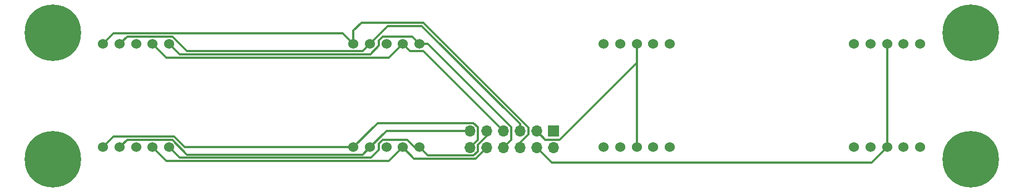
<source format=gbr>
%TF.GenerationSoftware,KiCad,Pcbnew,(5.1.8)-1*%
%TF.CreationDate,2021-01-20T16:16:19-05:00*%
%TF.ProjectId,Switch_SSD_Row,53776974-6368-45f5-9353-445f526f772e,rev?*%
%TF.SameCoordinates,Original*%
%TF.FileFunction,Copper,L1,Top*%
%TF.FilePolarity,Positive*%
%FSLAX46Y46*%
G04 Gerber Fmt 4.6, Leading zero omitted, Abs format (unit mm)*
G04 Created by KiCad (PCBNEW (5.1.8)-1) date 2021-01-20 16:16:19*
%MOMM*%
%LPD*%
G01*
G04 APERTURE LIST*
%TA.AperFunction,WasherPad*%
%ADD10C,8.600000*%
%TD*%
%TA.AperFunction,WasherPad*%
%ADD11C,0.900000*%
%TD*%
%TA.AperFunction,ComponentPad*%
%ADD12C,1.524000*%
%TD*%
%TA.AperFunction,ComponentPad*%
%ADD13R,1.700000X1.700000*%
%TD*%
%TA.AperFunction,ComponentPad*%
%ADD14O,1.700000X1.700000*%
%TD*%
%TA.AperFunction,Conductor*%
%ADD15C,0.300000*%
%TD*%
G04 APERTURE END LIST*
D10*
%TO.P,REF\u002A\u002A,*%
%TO.N,*%
X162560000Y-46228000D03*
D11*
X165785000Y-46228000D03*
X164840419Y-48508419D03*
X162560000Y-49453000D03*
X160279581Y-48508419D03*
X159335000Y-46228000D03*
X160279581Y-43947581D03*
X162560000Y-43003000D03*
X164840419Y-43947581D03*
%TD*%
D10*
%TO.P,REF\u002A\u002A,*%
%TO.N,*%
X162560000Y-26924000D03*
D11*
X165785000Y-26924000D03*
X164840419Y-29204419D03*
X162560000Y-30149000D03*
X160279581Y-29204419D03*
X159335000Y-26924000D03*
X160279581Y-24643581D03*
X162560000Y-23699000D03*
X164840419Y-24643581D03*
%TD*%
D10*
%TO.P,REF\u002A\u002A,*%
%TO.N,*%
X22860000Y-46228000D03*
D11*
X26085000Y-46228000D03*
X25140419Y-48508419D03*
X22860000Y-49453000D03*
X20579581Y-48508419D03*
X19635000Y-46228000D03*
X20579581Y-43947581D03*
X22860000Y-43003000D03*
X25140419Y-43947581D03*
%TD*%
D10*
%TO.P,REF\u002A\u002A,*%
%TO.N,*%
X22860000Y-26924000D03*
D11*
X26085000Y-26924000D03*
X25140419Y-29204419D03*
X22860000Y-30149000D03*
X20579581Y-29204419D03*
X19635000Y-26924000D03*
X20579581Y-24643581D03*
X22860000Y-23699000D03*
X25140419Y-24643581D03*
%TD*%
D12*
%TO.P,D1,10*%
%TO.N,/SEG_G*%
X30550000Y-28620000D03*
%TO.P,D1,9*%
%TO.N,/SEG_F*%
X33090000Y-28620000D03*
%TO.P,D1,8*%
%TO.N,/DIG_0*%
X35560000Y-28620000D03*
%TO.P,D1,7*%
%TO.N,/SEG_A*%
X38030000Y-28620000D03*
%TO.P,D1,6*%
%TO.N,/SEG_B*%
X40570000Y-28620000D03*
%TO.P,D1,5*%
%TO.N,/SEG_DP*%
X40570000Y-44400000D03*
%TO.P,D1,4*%
%TO.N,/SEG_C*%
X38030000Y-44400000D03*
%TO.P,D1,3*%
%TO.N,/DIG_0*%
X35560000Y-44400000D03*
%TO.P,D1,2*%
%TO.N,/SEG_D*%
X33090000Y-44400000D03*
%TO.P,D1,1*%
%TO.N,/SEG_E*%
X30550000Y-44400000D03*
%TD*%
%TO.P,D2,1*%
%TO.N,/SEG_E*%
X68650000Y-44400000D03*
%TO.P,D2,2*%
%TO.N,/SEG_D*%
X71190000Y-44400000D03*
%TO.P,D2,3*%
%TO.N,/DIG_1*%
X73660000Y-44400000D03*
%TO.P,D2,4*%
%TO.N,/SEG_C*%
X76130000Y-44400000D03*
%TO.P,D2,5*%
%TO.N,/SEG_DP*%
X78670000Y-44400000D03*
%TO.P,D2,6*%
%TO.N,/SEG_B*%
X78670000Y-28620000D03*
%TO.P,D2,7*%
%TO.N,/SEG_A*%
X76130000Y-28620000D03*
%TO.P,D2,8*%
%TO.N,/DIG_1*%
X73660000Y-28620000D03*
%TO.P,D2,9*%
%TO.N,/SEG_F*%
X71190000Y-28620000D03*
%TO.P,D2,10*%
%TO.N,/SEG_G*%
X68650000Y-28620000D03*
%TD*%
%TO.P,D3,1*%
%TO.N,/SEG_E*%
X106750000Y-44400000D03*
%TO.P,D3,2*%
%TO.N,/SEG_D*%
X109290000Y-44400000D03*
%TO.P,D3,3*%
%TO.N,/DIG_2*%
X111760000Y-44400000D03*
%TO.P,D3,4*%
%TO.N,/SEG_C*%
X114230000Y-44400000D03*
%TO.P,D3,5*%
%TO.N,/SEG_DP*%
X116770000Y-44400000D03*
%TO.P,D3,6*%
%TO.N,/SEG_B*%
X116770000Y-28620000D03*
%TO.P,D3,7*%
%TO.N,/SEG_A*%
X114230000Y-28620000D03*
%TO.P,D3,8*%
%TO.N,/DIG_2*%
X111760000Y-28620000D03*
%TO.P,D3,9*%
%TO.N,/SEG_F*%
X109290000Y-28620000D03*
%TO.P,D3,10*%
%TO.N,/SEG_G*%
X106750000Y-28620000D03*
%TD*%
%TO.P,D4,10*%
%TO.N,/SEG_G*%
X144850000Y-28620000D03*
%TO.P,D4,9*%
%TO.N,/SEG_F*%
X147390000Y-28620000D03*
%TO.P,D4,8*%
%TO.N,/DIG_3*%
X149860000Y-28620000D03*
%TO.P,D4,7*%
%TO.N,/SEG_A*%
X152330000Y-28620000D03*
%TO.P,D4,6*%
%TO.N,/SEG_B*%
X154870000Y-28620000D03*
%TO.P,D4,5*%
%TO.N,/SEG_DP*%
X154870000Y-44400000D03*
%TO.P,D4,4*%
%TO.N,/SEG_C*%
X152330000Y-44400000D03*
%TO.P,D4,3*%
%TO.N,/DIG_3*%
X149860000Y-44400000D03*
%TO.P,D4,2*%
%TO.N,/SEG_D*%
X147390000Y-44400000D03*
%TO.P,D4,1*%
%TO.N,/SEG_E*%
X144850000Y-44400000D03*
%TD*%
D13*
%TO.P,J1,1*%
%TO.N,/DIG_0*%
X99060000Y-41910000D03*
D14*
%TO.P,J1,2*%
%TO.N,/DIG_1*%
X99060000Y-44450000D03*
%TO.P,J1,3*%
%TO.N,/DIG_2*%
X96520000Y-41910000D03*
%TO.P,J1,4*%
%TO.N,/DIG_3*%
X96520000Y-44450000D03*
%TO.P,J1,5*%
%TO.N,/SEG_F*%
X93980000Y-41910000D03*
%TO.P,J1,6*%
%TO.N,/SEG_G*%
X93980000Y-44450000D03*
%TO.P,J1,7*%
%TO.N,/SEG_A*%
X91440000Y-41910000D03*
%TO.P,J1,8*%
%TO.N,/SEG_B*%
X91440000Y-44450000D03*
%TO.P,J1,9*%
%TO.N,/SEG_DP*%
X88900000Y-41910000D03*
%TO.P,J1,10*%
%TO.N,/SEG_C*%
X88900000Y-44450000D03*
%TO.P,J1,11*%
%TO.N,/SEG_D*%
X86360000Y-41910000D03*
%TO.P,J1,12*%
%TO.N,/SEG_E*%
X86360000Y-44450000D03*
%TD*%
D15*
%TO.N,/SEG_G*%
X68650000Y-28620000D02*
X68650000Y-26600000D01*
X68650000Y-26600000D02*
X69850000Y-25400000D01*
X79246002Y-25400000D02*
X95250000Y-41403998D01*
X69850000Y-25400000D02*
X79246002Y-25400000D01*
X93980000Y-43686002D02*
X93980000Y-44450000D01*
X95250000Y-42416002D02*
X93980000Y-43686002D01*
X95250000Y-41403998D02*
X95250000Y-42416002D01*
X67037989Y-27007989D02*
X68650000Y-28620000D01*
X32162011Y-27007989D02*
X67037989Y-27007989D01*
X30550000Y-28620000D02*
X32162011Y-27007989D01*
%TO.N,/SEG_F*%
X93980000Y-40841118D02*
X93980000Y-41910000D01*
X73902000Y-25908000D02*
X79046882Y-25908000D01*
X79046882Y-25908000D02*
X93980000Y-40841118D01*
X71190000Y-28620000D02*
X73902000Y-25908000D01*
X34202001Y-27507999D02*
X33090000Y-28620000D01*
X41103761Y-27507999D02*
X34202001Y-27507999D01*
X43327763Y-29732001D02*
X41103761Y-27507999D01*
X70077999Y-29732001D02*
X43327763Y-29732001D01*
X71190000Y-28620000D02*
X70077999Y-29732001D01*
%TO.N,/SEG_A*%
X77242001Y-29732001D02*
X76130000Y-28620000D01*
X79262001Y-29732001D02*
X77242001Y-29732001D01*
X91440000Y-41910000D02*
X79262001Y-29732001D01*
X40142021Y-30732021D02*
X38030000Y-28620000D01*
X74017979Y-30732021D02*
X40142021Y-30732021D01*
X76130000Y-28620000D02*
X74017979Y-30732021D01*
%TO.N,/SEG_B*%
X79926002Y-28620000D02*
X78670000Y-28620000D01*
X92640001Y-41333999D02*
X79926002Y-28620000D01*
X92640001Y-43249999D02*
X92640001Y-41333999D01*
X91440000Y-44450000D02*
X92640001Y-43249999D01*
X77557999Y-27507999D02*
X78670000Y-28620000D01*
X73126239Y-27507999D02*
X77557999Y-27507999D01*
X72547999Y-28086239D02*
X73126239Y-27507999D01*
X72547999Y-28907763D02*
X72547999Y-28086239D01*
X71223751Y-30232011D02*
X72547999Y-28907763D01*
X42182011Y-30232011D02*
X71223751Y-30232011D01*
X40570000Y-28620000D02*
X42182011Y-30232011D01*
%TO.N,/SEG_DP*%
X79920001Y-45650001D02*
X78670000Y-44400000D01*
X86936001Y-45650001D02*
X79920001Y-45650001D01*
X87560001Y-45026001D02*
X86936001Y-45650001D01*
X87560001Y-44013997D02*
X87560001Y-45026001D01*
X88900000Y-42673998D02*
X87560001Y-44013997D01*
X88900000Y-41910000D02*
X88900000Y-42673998D01*
X77928000Y-44400000D02*
X78670000Y-44400000D01*
X73126239Y-43287999D02*
X76815999Y-43287999D01*
X72547999Y-43866239D02*
X73126239Y-43287999D01*
X72547999Y-44800001D02*
X72547999Y-43866239D01*
X76815999Y-43287999D02*
X77928000Y-44400000D01*
X71335989Y-46012011D02*
X72547999Y-44800001D01*
X42182011Y-46012011D02*
X71335989Y-46012011D01*
X40570000Y-44400000D02*
X42182011Y-46012011D01*
%TO.N,/SEG_C*%
X87199989Y-46150011D02*
X88900000Y-44450000D01*
X77880011Y-46150011D02*
X87199989Y-46150011D01*
X76130000Y-44400000D02*
X77880011Y-46150011D01*
X40142021Y-46512021D02*
X38030000Y-44400000D01*
X74017979Y-46512021D02*
X40142021Y-46512021D01*
X76130000Y-44400000D02*
X74017979Y-46512021D01*
%TO.N,/SEG_D*%
X73680000Y-41910000D02*
X71190000Y-44400000D01*
X86360000Y-41910000D02*
X73680000Y-41910000D01*
X34202001Y-43287999D02*
X33090000Y-44400000D01*
X41103761Y-43287999D02*
X34202001Y-43287999D01*
X43327763Y-45512001D02*
X41103761Y-43287999D01*
X70077999Y-45512001D02*
X43327763Y-45512001D01*
X71190000Y-44400000D02*
X70077999Y-45512001D01*
%TO.N,/SEG_E*%
X87560001Y-43249999D02*
X86360000Y-44450000D01*
X87560001Y-41333999D02*
X87560001Y-43249999D01*
X86936001Y-40709999D02*
X87560001Y-41333999D01*
X72340001Y-40709999D02*
X86936001Y-40709999D01*
X68650000Y-44400000D02*
X72340001Y-40709999D01*
X32162009Y-42787991D02*
X41310873Y-42787991D01*
X30550000Y-44400000D02*
X32162009Y-42787991D01*
X42922882Y-44400000D02*
X68650000Y-44400000D01*
X41310873Y-42787991D02*
X42922882Y-44400000D01*
%TO.N,/DIG_2*%
X111760000Y-31540002D02*
X111760000Y-28620000D01*
X100050003Y-43249999D02*
X111760000Y-31540002D01*
X97859999Y-43249999D02*
X100050003Y-43249999D01*
X96520000Y-41910000D02*
X97859999Y-43249999D01*
X111760000Y-28620000D02*
X111760000Y-44400000D01*
%TO.N,/DIG_3*%
X96520000Y-44450000D02*
X98806000Y-46736000D01*
X147524000Y-46736000D02*
X149860000Y-44400000D01*
X98806000Y-46736000D02*
X147524000Y-46736000D01*
X149860000Y-44400000D02*
X149860000Y-28620000D01*
%TD*%
M02*

</source>
